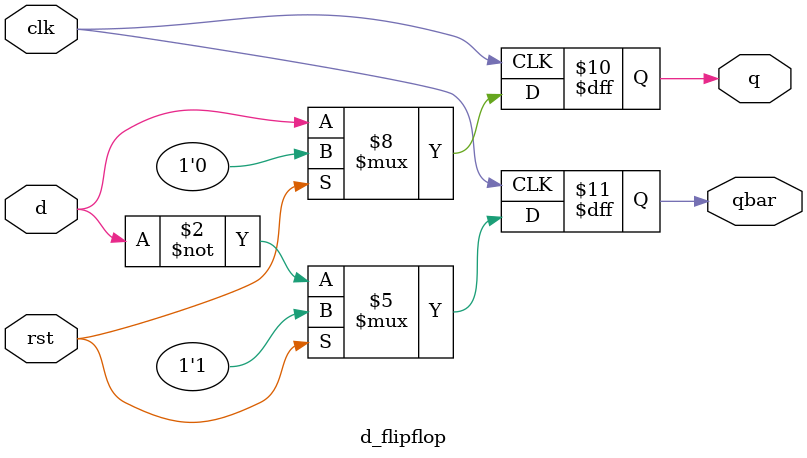
<source format=v>
`timescale 1ns / 1ps


module divideby3(
    input clk,rst,
    output q
    );
    wire w1,w2;
     wire qbar,qbar1,qbar2,q1,q2;
     
    d_flipflop a1(w2,clk,rst,w1,qbar1);
    d_flipflop a2(w1,clk,rst,q1,qbar);
    and a3(w2,qbar1,qbar);
    d_flipflop a4(q1,~clk,rst,q2,qbar2);
    or a5(q,q1,q2);
endmodule
module d_flipflop(
input d,clk,rst,
output reg q,qbar);
initial begin q=0;qbar=0; end
always@(posedge clk)
begin
if(rst)
begin
q=0;
qbar=1;
end
else
begin
q=d;
qbar=~q; 
end
end
endmodule
</source>
